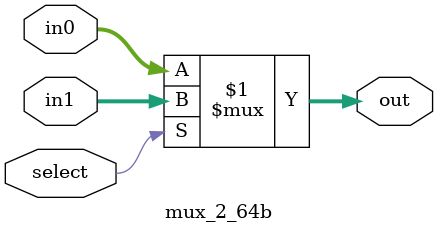
<source format=v>
module mux_2_64b(out, select, in0, in1);
    input select;
    input [63:0] in0, in1;
    output [63:0] out;
    assign out = select ? in1 : in0;
endmodule
</source>
